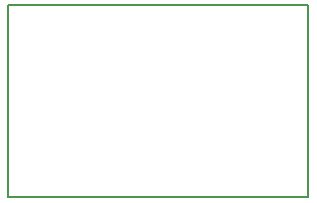
<source format=gbr>
G04 #@! TF.FileFunction,Profile,NP*
%FSLAX46Y46*%
G04 Gerber Fmt 4.6, Leading zero omitted, Abs format (unit mm)*
G04 Created by KiCad (PCBNEW 4.0.1-stable) date Tuesday, March 29, 2016 'AMt' 01:18:38 AM*
%MOMM*%
G01*
G04 APERTURE LIST*
%ADD10C,0.100000*%
%ADD11C,0.150000*%
G04 APERTURE END LIST*
D10*
D11*
X136652000Y-116840000D02*
X136652000Y-100584000D01*
X162052000Y-116840000D02*
X136652000Y-116840000D01*
X162052000Y-100584000D02*
X162052000Y-116840000D01*
X136652000Y-100584000D02*
X162052000Y-100584000D01*
M02*

</source>
